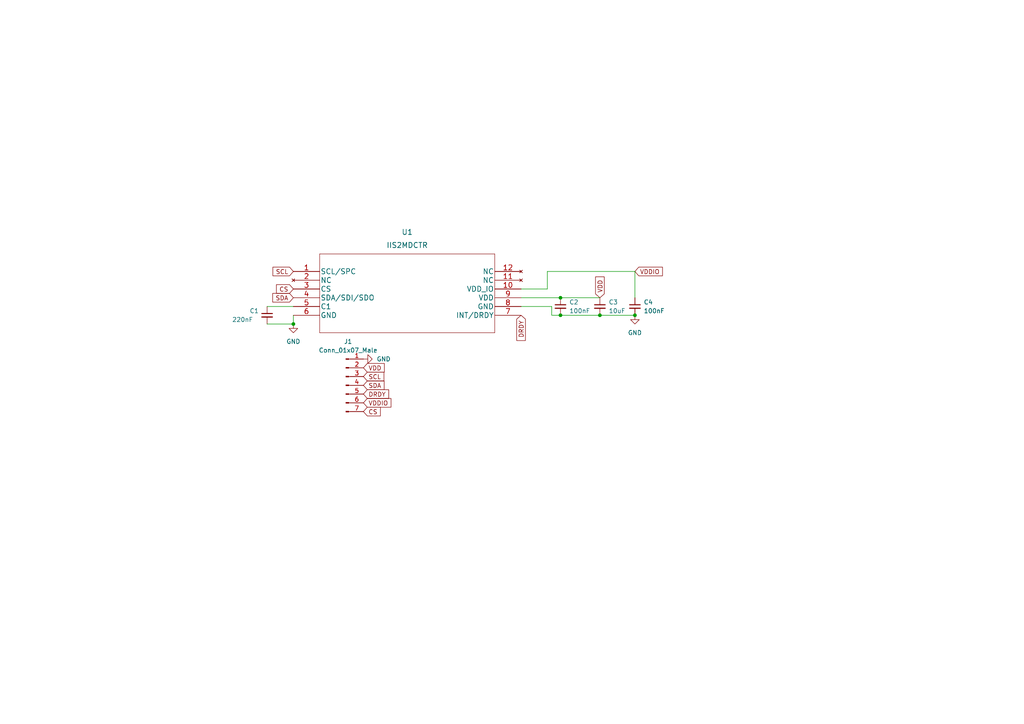
<source format=kicad_sch>
(kicad_sch (version 20211123) (generator eeschema)
  (paper "A4")
  (lib_symbols
    (symbol "Connector:Conn_01x07_Male" (pin_names (offset 1.016) hide)
      (property "Reference" "J" (at 0 10.16 0))
      (property "Value" "Conn_01x07_Male" (at 0 -10.16 0))
      (symbol "Conn_01x07_Male_1_1"
        (polyline (pts (xy 1.27 -7.62) (xy 0.8636 -7.62)) (stroke (width 0.1524)))
        (polyline (pts (xy 1.27 -5.08) (xy 0.8636 -5.08)) (stroke (width 0.1524)))
        (polyline (pts (xy 1.27 -2.54) (xy 0.8636 -2.54)) (stroke (width 0.1524)))
        (polyline (pts (xy 1.27 0) (xy 0.8636 0)) (stroke (width 0.1524)))
        (polyline (pts (xy 1.27 2.54) (xy 0.8636 2.54)) (stroke (width 0.1524)))
        (polyline (pts (xy 1.27 5.08) (xy 0.8636 5.08)) (stroke (width 0.1524)))
        (polyline (pts (xy 1.27 7.62) (xy 0.8636 7.62)) (stroke (width 0.1524)))
        (rectangle (start 0.8636 -7.493) (end 0 -7.747) (stroke (width 0.1524)) (fill (type outline)))
        (rectangle (start 0.8636 -4.953) (end 0 -5.207) (stroke (width 0.1524)) (fill (type outline)))
        (rectangle (start 0.8636 -2.413) (end 0 -2.667) (stroke (width 0.1524)) (fill (type outline)))
        (rectangle (start 0.8636 0.127) (end 0 -0.127) (stroke (width 0.1524)) (fill (type outline)))
        (rectangle (start 0.8636 2.667) (end 0 2.413) (stroke (width 0.1524)) (fill (type outline)))
        (rectangle (start 0.8636 5.207) (end 0 4.953) (stroke (width 0.1524)) (fill (type outline)))
        (rectangle (start 0.8636 7.747) (end 0 7.493) (stroke (width 0.1524)) (fill (type outline)))
        (pin passive line (at 5.08 7.62 180) (length 3.81) (name "Pin_1") (number "1"))
        (pin passive line (at 5.08 5.08 180) (length 3.81) (name "Pin_2") (number "2"))
        (pin passive line (at 5.08 2.54 180) (length 3.81) (name "Pin_3") (number "3"))
        (pin passive line (at 5.08 0 180) (length 3.81) (name "Pin_4") (number "4"))
        (pin passive line (at 5.08 -2.54 180) (length 3.81) (name "Pin_5") (number "5"))
        (pin passive line (at 5.08 -5.08 180) (length 3.81) (name "Pin_6") (number "6"))
        (pin passive line (at 5.08 -7.62 180) (length 3.81) (name "Pin_7") (number "7"))
      )
    )
    (symbol "Device:C_Small" (pin_numbers hide) (pin_names (offset 0.254) hide)
      (property "Reference" "C" (at 0.254 1.778 0))
      (property "Value" "C_Small" (at 0.254 -2.032 0))
      (symbol "C_Small_0_1"
        (polyline (pts (xy -1.524 -0.508) (xy 1.524 -0.508)) (stroke (width 0.3302)))
        (polyline (pts (xy -1.524 0.508) (xy 1.524 0.508)) (stroke (width 0.3048)))
      )
      (symbol "C_Small_1_1"
        (pin passive line (at 0 2.54 270) (length 2.032) (name "~") (number "1"))
        (pin passive line (at 0 -2.54 90) (length 2.032) (name "~") (number "2"))
      )
    )
    (symbol "IIS2MCTDR:IIS2MDCTR" (pin_names (offset 0.254))
      (property "Reference" "U" (at 33.02 10.16 0))
      (property "Value" "IIS2MDCTR" (at 33.02 7.62 0))
      (symbol "IIS2MDCTR_1_1"
        (polyline (pts (xy 7.62 -17.78) (xy 58.42 -17.78)) (stroke (width 0.127)))
        (polyline (pts (xy 7.62 5.08) (xy 7.62 -17.78)) (stroke (width 0.127)))
        (polyline (pts (xy 58.42 -17.78) (xy 58.42 5.08)) (stroke (width 0.127)))
        (polyline (pts (xy 58.42 5.08) (xy 7.62 5.08)) (stroke (width 0.127)))
        (pin bidirectional line (at 0 0 0) (length 7.62) (name "SCL/SPC") (number "1"))
        (pin power_in line (at 66.04 -5.08 180) (length 7.62) (name "VDD_IO") (number "10"))
        (pin no_connect line (at 66.04 -2.54 180) (length 7.62) (name "NC") (number "11"))
        (pin no_connect line (at 66.04 0 180) (length 7.62) (name "NC") (number "12"))
        (pin no_connect line (at 0 -2.54 0) (length 7.62) (name "NC") (number "2"))
        (pin input line (at 0 -5.08 0) (length 7.62) (name "CS") (number "3"))
        (pin bidirectional line (at 0 -7.62 0) (length 7.62) (name "SDA/SDI/SDO") (number "4"))
        (pin unspecified line (at 0 -10.16 0) (length 7.62) (name "C1") (number "5"))
        (pin power_in line (at 0 -12.7 0) (length 7.62) (name "GND") (number "6"))
        (pin output line (at 66.04 -12.7 180) (length 7.62) (name "INT/DRDY") (number "7"))
        (pin power_in line (at 66.04 -10.16 180) (length 7.62) (name "GND") (number "8"))
        (pin power_in line (at 66.04 -7.62 180) (length 7.62) (name "VDD") (number "9"))
      )
    )
    (symbol "power:GND" (power) (pin_names (offset 0))
      (property "Value" "GND" (at 0 -3.81 0))
      (symbol "GND_0_1"
        (polyline (pts (xy 0 0) (xy 0 -1.27) (xy 1.27 -1.27) (xy 0 -2.54) (xy -1.27 -1.27) (xy 0 -1.27)))
      )
      (symbol "GND_1_1"
        (pin power_in line (at 0 0 270) (length 0) hide (name "GND") (number "1"))
      )
    )
  )
  (junction (at 162.56 91.44))
  (junction (at 173.99 91.44))
  (junction (at 184.15 91.44))
  (junction (at 85.09 93.98))
  (junction (at 162.56 86.36))
  (wire (pts (xy 77.47 93.98) (xy 85.09 93.98)))
  (wire (pts (xy 77.47 88.9) (xy 85.09 88.9)))
  (wire (pts (xy 160.02 91.44) (xy 160.02 88.9)))
  (wire (pts (xy 162.56 91.44) (xy 173.99 91.44)))
  (wire (pts (xy 162.56 91.44) (xy 160.02 91.44)))
  (wire (pts (xy 158.75 78.74) (xy 158.75 83.82)))
  (wire (pts (xy 160.02 88.9) (xy 151.13 88.9)))
  (wire (pts (xy 162.56 86.36) (xy 173.99 86.36)))
  (wire (pts (xy 158.75 83.82) (xy 151.13 83.82)))
  (wire (pts (xy 151.13 86.36) (xy 162.56 86.36)))
  (wire (pts (xy 85.09 93.98) (xy 85.09 91.44)))
  (wire (pts (xy 184.15 78.74) (xy 158.75 78.74)))
  (wire (pts (xy 184.15 86.36) (xy 184.15 78.74)))
  (wire (pts (xy 173.99 91.44) (xy 184.15 91.44)))
  (global_label "SCL" (shape input) (at 105.41 109.22 0) (property "Intersheet References" "${INTERSHEET_REFS}" (effects hide)))
  (global_label "VDD" (shape input) (at 173.99 86.36 90) (property "Intersheet References" "${INTERSHEET_REFS}" (effects hide)))
  (global_label "VDDIO" (shape input) (at 105.41 116.84 0) (property "Intersheet References" "${INTERSHEET_REFS}" (effects hide)))
  (global_label "CS" (shape input) (at 85.09 83.82 180) (property "Intersheet References" "${INTERSHEET_REFS}" (effects hide)))
  (global_label "DRDY" (shape input) (at 151.13 91.44 270) (property "Intersheet References" "${INTERSHEET_REFS}" (effects hide)))
  (global_label "DRDY" (shape input) (at 105.41 114.3 0) (property "Intersheet References" "${INTERSHEET_REFS}" (effects hide)))
  (global_label "SDA" (shape input) (at 105.41 111.76 0) (property "Intersheet References" "${INTERSHEET_REFS}" (effects hide)))
  (global_label "CS" (shape input) (at 105.41 119.38 0) (property "Intersheet References" "${INTERSHEET_REFS}" (effects hide)))
  (global_label "SDA" (shape input) (at 85.09 86.36 180) (property "Intersheet References" "${INTERSHEET_REFS}" (effects hide)))
  (global_label "SCL" (shape input) (at 85.09 78.74 180) (property "Intersheet References" "${INTERSHEET_REFS}" (effects hide)))
  (global_label "VDD" (shape input) (at 105.41 106.68 0) (property "Intersheet References" "${INTERSHEET_REFS}" (effects hide)))
  (global_label "VDDIO" (shape input) (at 184.15 78.74 0) (property "Intersheet References" "${INTERSHEET_REFS}" (effects hide)))
  (symbol (lib_id "power:GND") (at 85.09 93.98 0) (unit 1)
    (property "Reference" "#PWR0101" (effects hide))
    (property "Value" "GND" (at 85.09 99.06 0))
  )
  (symbol (lib_id "IIS2MCTDR:IIS2MDCTR") (at 85.09 78.74 0) (unit 1)
    (property "Reference" "U1" (at 118.11 67.31 0) (effects (font (size 1.524 1.524))))
    (property "Value" "IIS2MDCTR" (at 118.11 71.12 0) (effects (font (size 1.524 1.524))))
    (property "Footprint" "Package_LGA:LGA-12_2x2mm_P0.5mm" (effects hide))
  )
  (symbol (lib_id "Device:C_Small") (at 184.15 88.9 0) (unit 1)
    (property "Reference" "C4" (at 186.69 87.6362 0) (effects (justify left)))
    (property "Value" "100nF" (at 186.69 90.1762 0) (effects (justify left)))
    (property "Footprint" "Capacitor_SMD:C_0402_1005Metric" (effects hide))
    (property "Datasheet" "CL05A104KA5NNNC" (effects hide))
  )
  (symbol (lib_id "Device:C_Small") (at 162.56 88.9 0) (unit 1)
    (property "Reference" "C2" (at 165.1 87.6362 0) (effects (justify left)))
    (property "Value" "100nF" (at 165.1 90.1762 0) (effects (justify left)))
    (property "Footprint" "Capacitor_SMD:C_0402_1005Metric" (effects hide))
    (property "Datasheet" "CL05A104KA5NNNC" (effects hide))
  )
  (symbol (lib_id "Device:C_Small") (at 77.47 91.44 0) (unit 1)
    (property "Reference" "C1" (at 72.39 90.17 0) (effects (justify left)))
    (property "Value" "220nF" (at 67.31 92.71 0) (effects (justify left)))
    (property "Footprint" "Capacitor_SMD:C_0402_1005Metric" (effects hide))
    (property "Datasheet" "CL05B224KO5NNNC" (effects hide))
  )
  (symbol (lib_id "power:GND") (at 105.41 104.14 90) (unit 1)
    (property "Reference" "#PWR0102" (effects hide))
    (property "Value" "GND" (at 109.22 104.1399 90) (effects (justify right)))
  )
  (symbol (lib_id "Device:C_Small") (at 173.99 88.9 0) (unit 1)
    (property "Reference" "C3" (at 176.53 87.6362 0) (effects (justify left)))
    (property "Value" "10uF" (at 176.53 90.1762 0) (effects (justify left)))
    (property "Footprint" "Capacitor_SMD:C_0402_1005Metric" (effects hide))
    (property "Datasheet" "GRM155R61A106ME11D" (effects hide))
  )
  (symbol (lib_id "power:GND") (at 184.15 91.44 0) (unit 1)
    (property "Reference" "#PWR?" (effects hide))
    (property "Value" "GND" (at 184.15 96.52 0))
  )
  (symbol (lib_id "Connector:Conn_01x07_Male") (at 100.33 111.76 0) (unit 1)
    (property "Reference" "J1" (at 100.965 99.06 0))
    (property "Value" "Conn_01x07_Male" (at 100.965 101.6 0))
    (property "Footprint" "Connector_PinHeader_2.54mm:PinHeader_1x07_P2.54mm_Vertical" (effects hide))
  )
)
</source>
